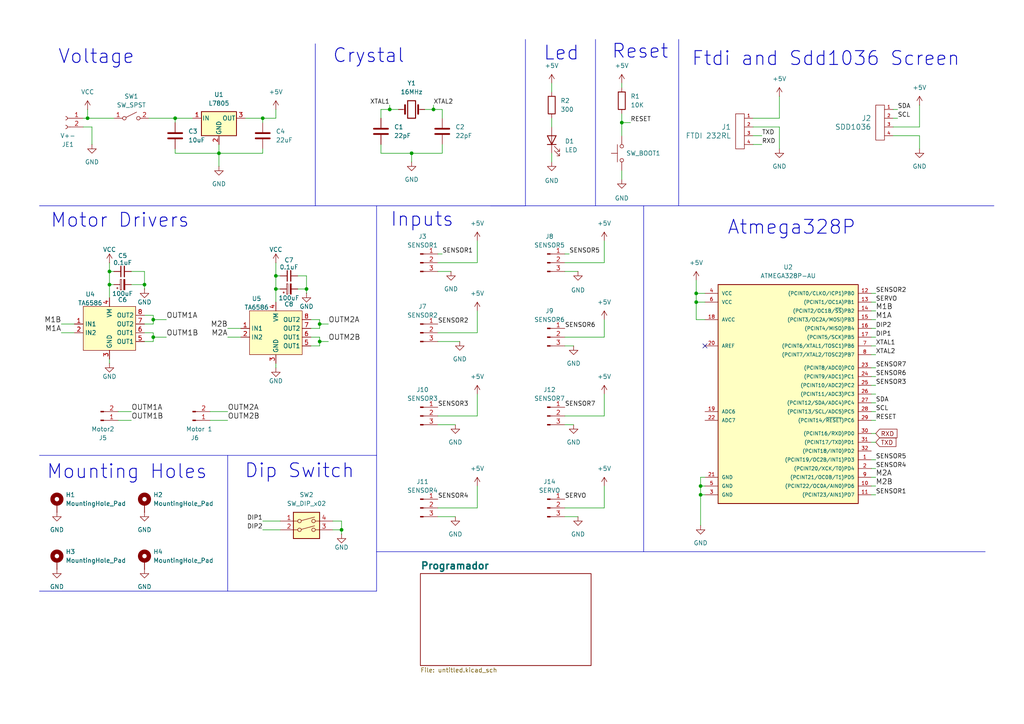
<source format=kicad_sch>
(kicad_sch (version 20231120) (generator "eeschema") (generator_version "8.0")
  (paper "A4")
  (title_block (title "Placa Mini Sumo 328P") (date "2024-09-19") (rev "1") (company "Space Angels") (comment 1 "Made in Argentina") (comment 2 "Autor : Guerra Alejo") (comment 3 "Placa diseñada para competicion de mini sumo"))
  (lib_symbols
    (symbol "Connector:Conn_01x02_Pin" (pin_names (offset 1.016) hide)
      (property "Reference" "J" (at 0 2.54 0))
      (property "Value" "Conn_01x02_Pin" (at 0 -5.08 0))
      (symbol "Conn_01x02_Pin_1_1"
        (polyline (pts (xy 1.27 -2.54) (xy 0.8636 -2.54)) (stroke (width 0.1524)))
        (polyline (pts (xy 1.27 0) (xy 0.8636 0)) (stroke (width 0.1524)))
        (rectangle (start 0.8636 -2.413) (end 0 -2.667) (stroke (width 0.1524)) (fill (type outline)))
        (rectangle (start 0.8636 0.127) (end 0 -0.127) (stroke (width 0.1524)) (fill (type outline)))
        (pin passive line (at 5.08 0 180) (length 3.81) (name "Pin_1") (number "1"))
        (pin passive line (at 5.08 -2.54 180) (length 3.81) (name "Pin_2") (number "2"))
      )
    )
    (symbol "Connector:Conn_01x02_Socket" (pin_names (offset 1.016) hide)
      (property "Reference" "J" (at 0 2.54 0))
      (property "Value" "Conn_01x02_Socket" (at 0 -5.08 0))
      (symbol "Conn_01x02_Socket_1_1"
        (arc (start 0 -2.032) (mid -0.5058 -2.54) (end 0 -3.048) (stroke (width 0.1524)))
        (polyline (pts (xy -1.27 -2.54) (xy -0.508 -2.54)) (stroke (width 0.1524)))
        (polyline (pts (xy -1.27 0) (xy -0.508 0)) (stroke (width 0.1524)))
        (arc (start 0 0.508) (mid -0.5058 0) (end 0 -0.508) (stroke (width 0.1524)))
        (pin passive line (at -5.08 0 0) (length 3.81) (name "Pin_1") (number "1"))
        (pin passive line (at -5.08 -2.54 0) (length 3.81) (name "Pin_2") (number "2"))
      )
    )
    (symbol "Connector:Conn_01x03_Pin" (pin_names (offset 1.016) hide)
      (property "Reference" "J" (at 0 5.08 0))
      (property "Value" "Conn_01x03_Pin" (at 0 -5.08 0))
      (symbol "Conn_01x03_Pin_1_1"
        (polyline (pts (xy 1.27 -2.54) (xy 0.8636 -2.54)) (stroke (width 0.1524)))
        (polyline (pts (xy 1.27 0) (xy 0.8636 0)) (stroke (width 0.1524)))
        (polyline (pts (xy 1.27 2.54) (xy 0.8636 2.54)) (stroke (width 0.1524)))
        (rectangle (start 0.8636 -2.413) (end 0 -2.667) (stroke (width 0.1524)) (fill (type outline)))
        (rectangle (start 0.8636 0.127) (end 0 -0.127) (stroke (width 0.1524)) (fill (type outline)))
        (rectangle (start 0.8636 2.667) (end 0 2.413) (stroke (width 0.1524)) (fill (type outline)))
        (pin passive line (at 5.08 2.54 180) (length 3.81) (name "Pin_1") (number "1"))
        (pin passive line (at 5.08 0 180) (length 3.81) (name "Pin_2") (number "2"))
        (pin passive line (at 5.08 -2.54 180) (length 3.81) (name "Pin_3") (number "3"))
      )
    )
    (symbol "Device:C" (pin_numbers hide) (pin_names (offset 0.254))
      (property "Reference" "C" (at 0.635 2.54 0))
      (property "Value" "C" (at 0.635 -2.54 0))
      (symbol "C_0_1"
        (polyline (pts (xy -2.032 -0.762) (xy 2.032 -0.762)) (stroke (width 0.508)))
        (polyline (pts (xy -2.032 0.762) (xy 2.032 0.762)) (stroke (width 0.508)))
      )
      (symbol "C_1_1"
        (pin passive line (at 0 3.81 270) (length 2.794) (name "~") (number "1"))
        (pin passive line (at 0 -3.81 90) (length 2.794) (name "~") (number "2"))
      )
    )
    (symbol "Device:C_Polarized_Small" (pin_numbers hide) (pin_names (offset 0.254) hide)
      (property "Reference" "C" (at 0.254 1.778 0))
      (property "Value" "C_Polarized_Small" (at 0.254 -2.032 0))
      (symbol "C_Polarized_Small_0_1"
        (rectangle (start -1.524 -0.3048) (end 1.524 -0.6858) (fill (type outline)))
        (rectangle (start -1.524 0.6858) (end 1.524 0.3048))
        (polyline (pts (xy -1.27 1.524) (xy -0.762 1.524)))
        (polyline (pts (xy -1.016 1.27) (xy -1.016 1.778)))
      )
      (symbol "C_Polarized_Small_1_1"
        (pin passive line (at 0 2.54 270) (length 1.8542) (name "~") (number "1"))
        (pin passive line (at 0 -2.54 90) (length 1.8542) (name "~") (number "2"))
      )
    )
    (symbol "Device:C_Small" (pin_numbers hide) (pin_names (offset 0.254) hide)
      (property "Reference" "C" (at 0.254 1.778 0))
      (property "Value" "C_Small" (at 0.254 -2.032 0))
      (symbol "C_Small_0_1"
        (polyline (pts (xy -1.524 -0.508) (xy 1.524 -0.508)) (stroke (width 0.3302)))
        (polyline (pts (xy -1.524 0.508) (xy 1.524 0.508)) (stroke (width 0.3048)))
      )
      (symbol "C_Small_1_1"
        (pin passive line (at 0 2.54 270) (length 2.032) (name "~") (number "1"))
        (pin passive line (at 0 -2.54 90) (length 2.032) (name "~") (number "2"))
      )
    )
    (symbol "Device:Crystal" (pin_numbers hide) (pin_names (offset 1.016) hide)
      (property "Reference" "Y" (at 0 3.81 0))
      (property "Value" "Crystal" (at 0 -3.81 0))
      (symbol "Crystal_0_1"
        (rectangle (start -1.143 2.54) (end 1.143 -2.54) (stroke (width 0.3048)))
        (polyline (pts (xy -2.54 0) (xy -1.905 0)))
        (polyline (pts (xy -1.905 -1.27) (xy -1.905 1.27)) (stroke (width 0.508)))
        (polyline (pts (xy 1.905 -1.27) (xy 1.905 1.27)) (stroke (width 0.508)))
        (polyline (pts (xy 2.54 0) (xy 1.905 0)))
      )
      (symbol "Crystal_1_1"
        (pin passive line (at -3.81 0 0) (length 1.27) (name "1") (number "1"))
        (pin passive line (at 3.81 0 180) (length 1.27) (name "2") (number "2"))
      )
    )
    (symbol "Device:LED" (pin_numbers hide) (pin_names (offset 1.016) hide)
      (property "Reference" "D" (at 0 2.54 0))
      (property "Value" "LED" (at 0 -2.54 0))
      (symbol "LED_0_1"
        (polyline (pts (xy -1.27 -1.27) (xy -1.27 1.27)) (stroke (width 0.254)))
        (polyline (pts (xy -1.27 0) (xy 1.27 0)))
        (polyline (pts (xy 1.27 -1.27) (xy 1.27 1.27) (xy -1.27 0) (xy 1.27 -1.27)) (stroke (width 0.254)))
        (polyline (pts (xy -3.048 -0.762) (xy -4.572 -2.286) (xy -3.81 -2.286) (xy -4.572 -2.286) (xy -4.572 -1.524)))
        (polyline (pts (xy -1.778 -0.762) (xy -3.302 -2.286) (xy -2.54 -2.286) (xy -3.302 -2.286) (xy -3.302 -1.524)))
      )
      (symbol "LED_1_1"
        (pin passive line (at -3.81 0 0) (length 2.54) (name "K") (number "1"))
        (pin passive line (at 3.81 0 180) (length 2.54) (name "A") (number "2"))
      )
    )
    (symbol "Device:R" (pin_numbers hide) (pin_names (offset 0))
      (property "Reference" "R" (at 2.032 0 90))
      (property "Value" "R" (at 0 0 90))
      (symbol "R_0_1"
        (rectangle (start -1.016 -2.54) (end 1.016 2.54) (stroke (width 0.254)))
      )
      (symbol "R_1_1"
        (pin passive line (at 0 3.81 270) (length 1.27) (name "~") (number "1"))
        (pin passive line (at 0 -3.81 90) (length 1.27) (name "~") (number "2"))
      )
    )
    (symbol "EESTN5-v2:TA6586"
      (property "Reference" "U1" (at -4.318 2.286 0))
      (property "Value" "TA6586" (at -4.318 -0.254 0))
      (symbol "TA6586_0_1"
        (rectangle (start -6.35 -1.27) (end 8.89 -13.97) (fill (type background)))
      )
      (symbol "TA6586_1_1"
        (pin input line (at -8.89 -6.35 0) (length 2.54) (name "IN1") (number "1"))
        (pin input line (at -8.89 -8.89 0) (length 2.54) (name "IN2") (number "2"))
        (pin power_in line (at 1.27 -16.51 90) (length 2.54) (name "GND") (number "3"))
        (pin power_in line (at 1.27 1.27 270) (length 2.54) (name "VM") (number "4"))
        (pin output line (at 11.43 -11.43 180) (length 2.54) (name "OUT1") (number "5"))
        (pin output line (at 11.43 -8.89 180) (length 2.54) (name "OUT1") (number "6"))
        (pin output line (at 11.43 -6.35 180) (length 2.54) (name "OUT2") (number "7"))
        (pin output line (at 11.43 -3.81 180) (length 2.54) (name "OUT2") (number "8"))
      )
    )
    (symbol "EESTN5:ATMEGA328P-AU" (pin_names (offset 1.016))
      (property "Reference" "U" (at -19.05 31.75 0))
      (property "Value" "ATMEGA328P-AU" (at 10.16 -35.56 0))
      (symbol "ATMEGA328P-AU_0_1"
        (rectangle (start -19.05 30.48) (end 21.59 -33.02) (stroke (width 0.254)) (fill (type background)))
      )
      (symbol "ATMEGA328P-AU_1_1"
        (pin bidirectional line (at 25.4 -20.32 180) (length 3.81) (name "(PCINT19/OC2B/INT1)PD3") (number "1"))
        (pin bidirectional line (at 25.4 -27.94 180) (length 3.81) (name "(PCINT22/OC0A/AIN0)PD6") (number "10"))
        (pin bidirectional line (at 25.4 -30.48 180) (length 3.81) (name "(PCINT23/AIN1)PD7") (number "11"))
        (pin bidirectional line (at 25.4 27.94 180) (length 3.81) (name "(PCINT0/CLKO/ICP1)PB0") (number "12"))
        (pin bidirectional line (at 25.4 25.4 180) (length 3.81) (name "(PCINT1/OC1A)PB1") (number "13"))
        (pin bidirectional line (at 25.4 22.86 180) (length 3.81) (name "(PCINT2/OC1B/~{SS})PB2") (number "14"))
        (pin bidirectional line (at 25.4 20.32 180) (length 3.81) (name "(PCINT3/OC2A/MOSI)PB3") (number "15"))
        (pin bidirectional line (at 25.4 17.78 180) (length 3.81) (name "(PCINT4/MISO)PB4") (number "16"))
        (pin bidirectional line (at 25.4 15.24 180) (length 3.81) (name "(PCINT5/SCK)PB5") (number "17"))
        (pin power_in line (at -22.86 20.32 0) (length 3.81) (name "AVCC") (number "18"))
        (pin input line (at -22.86 -6.35 0) (length 3.81) (name "ADC6") (number "19"))
        (pin bidirectional line (at 25.4 -22.86 180) (length 3.81) (name "(PCINT20/XCK/T0)PD4") (number "2"))
        (pin bidirectional line (at -22.86 12.7 0) (length 3.81) (name "AREF") (number "20"))
        (pin power_in line (at -22.86 -25.4 0) (length 3.81) (name "GND") (number "21"))
        (pin input line (at -22.86 -8.89 0) (length 3.81) (name "ADC7") (number "22"))
        (pin bidirectional line (at 25.4 6.35 180) (length 3.81) (name "(PCINT8/ADC0)PC0") (number "23"))
        (pin bidirectional line (at 25.4 3.81 180) (length 3.81) (name "(PCINT9/ADC1)PC1") (number "24"))
        (pin bidirectional line (at 25.4 1.27 180) (length 3.81) (name "(PCINT10/ADC2)PC2") (number "25"))
        (pin bidirectional line (at 25.4 -1.27 180) (length 3.81) (name "(PCINT11/ADC3)PC3") (number "26"))
        (pin bidirectional line (at 25.4 -3.81 180) (length 3.81) (name "(PCINT12/SDA/ADC4)PC4") (number "27"))
        (pin bidirectional line (at 25.4 -6.35 180) (length 3.81) (name "(PCINT13/SCL/ADC5)PC5") (number "28"))
        (pin bidirectional line (at 25.4 -8.89 180) (length 3.81) (name "(PCINT14/~{RESET})PC6") (number "29"))
        (pin power_in line (at -22.86 -30.48 0) (length 3.81) (name "GND") (number "3"))
        (pin bidirectional line (at 25.4 -12.7 180) (length 3.81) (name "(PCINT16/RXD)PD0") (number "30"))
        (pin bidirectional line (at 25.4 -15.24 180) (length 3.81) (name "(PCINT17/TXD)PD1") (number "31"))
        (pin bidirectional line (at 25.4 -17.78 180) (length 3.81) (name "(PCINT18/INT0)PD2") (number "32"))
        (pin power_in line (at -22.86 27.94 0) (length 3.81) (name "VCC") (number "4"))
        (pin power_in line (at -22.86 -27.94 0) (length 3.81) (name "GND") (number "5"))
        (pin power_in line (at -22.86 25.4 0) (length 3.81) (name "VCC") (number "6"))
        (pin bidirectional line (at 25.4 12.7 180) (length 3.81) (name "(PCINT6/XTAL1/TOSC1)PB6") (number "7"))
        (pin bidirectional line (at 25.4 10.16 180) (length 3.81) (name "(PCINT7/XTAL2/TOSC2)PB7") (number "8"))
        (pin bidirectional line (at 25.4 -25.4 180) (length 3.81) (name "(PCINT21/OC0B/T1)PD5") (number "9"))
      )
    )
    (symbol "EESTN5:HEADER_4" (pin_names (offset 0))
      (property "Reference" "J" (at 0 6.35 0))
      (property "Value" "HEADER_4" (at 0 -6.35 0))
      (symbol "HEADER_4_0_1"
        (rectangle (start 2.54 5.08) (end 0 -5.08))
      )
      (symbol "HEADER_4_1_1"
        (pin passive line (at -2.54 3.81 0) (length 2.54) (name "~") (number "1"))
        (pin passive line (at -2.54 1.27 0) (length 2.54) (name "~") (number "2"))
        (pin passive line (at -2.54 -1.27 0) (length 2.54) (name "~") (number "3"))
        (pin passive line (at -2.54 -3.81 0) (length 2.54) (name "~") (number "4"))
      )
    )
    (symbol "EESTN5:SW_Push" (pin_numbers hide) (pin_names (offset 1.016) hide)
      (property "Reference" "SW" (at 1.27 2.54 0))
      (symbol "SW_Push_0_1"
        (circle (center -2.032 0) (radius 0.508))
        (polyline (pts (xy 0 1.27) (xy 0 3.048)))
        (polyline (pts (xy 2.54 1.27) (xy -2.54 1.27)))
        (circle (center 2.032 0) (radius 0.508))
        (pin passive line (at -5.08 0 0) (length 2.54) (name "1") (number "1"))
        (pin passive line (at 5.08 0 180) (length 2.54) (name "2") (number "2"))
      )
    )
    (symbol "GND_1" (power) (pin_names (offset 0))
      (property "Value" "GND_1" (at 0 -3.81 0))
      (symbol "GND_1_0_1"
        (polyline (pts (xy 0 0) (xy 0 -1.27) (xy 1.27 -1.27) (xy 0 -2.54) (xy -1.27 -1.27) (xy 0 -1.27)))
      )
      (symbol "GND_1_1_1"
        (pin power_in line (at 0 0 270) (length 0) hide (name "GND") (number "1"))
      )
    )
    (symbol "Mechanical:MountingHole_Pad" (pin_numbers hide) (pin_names (offset 1.016) hide) (exclude_from_sim yes) (in_bom no)
      (property "Reference" "H" (at 0 6.35 0))
      (property "Value" "MountingHole_Pad" (at 0 4.445 0))
      (symbol "MountingHole_Pad_0_1"
        (circle (center 0 1.27) (radius 1.27) (stroke (width 1.27)))
      )
      (symbol "MountingHole_Pad_1_1"
        (pin input line (at 0 -2.54 90) (length 2.54) (name "1") (number "1"))
      )
    )
    (symbol "Regulator_Linear:L7805" (pin_names (offset 0.254))
      (property "Reference" "U" (at -3.81 3.175 0))
      (property "Value" "L7805" (at 0 3.175 0))
      (symbol "L7805_0_1"
        (rectangle (start -5.08 1.905) (end 5.08 -5.08) (stroke (width 0.254)) (fill (type background)))
      )
      (symbol "L7805_1_1"
        (pin power_in line (at -7.62 0 0) (length 2.54) (name "IN") (number "1"))
        (pin power_in line (at 0 -7.62 90) (length 2.54) (name "GND") (number "2"))
        (pin power_out line (at 7.62 0 180) (length 2.54) (name "OUT") (number "3"))
      )
    )
    (symbol "Switch:SW_DIP_x02" (pin_names (offset 0) hide)
      (property "Reference" "SW" (at 0 6.35 0))
      (property "Value" "SW_DIP_x02" (at 0 -3.81 0))
      (symbol "SW_DIP_x02_0_0"
        (circle (center -2.032 0) (radius 0.508))
        (circle (center -2.032 2.54) (radius 0.508))
        (polyline (pts (xy -1.524 0.127) (xy 2.3622 1.1684)))
        (polyline (pts (xy -1.524 2.667) (xy 2.3622 3.7084)))
        (circle (center 2.032 0) (radius 0.508))
        (circle (center 2.032 2.54) (radius 0.508))
      )
      (symbol "SW_DIP_x02_0_1"
        (rectangle (start -3.81 5.08) (end 3.81 -2.54) (stroke (width 0.254)) (fill (type background)))
      )
      (symbol "SW_DIP_x02_1_1"
        (pin passive line (at -7.62 2.54 0) (length 5.08) (name "~") (number "1"))
        (pin passive line (at -7.62 0 0) (length 5.08) (name "~") (number "2"))
        (pin passive line (at 7.62 0 180) (length 5.08) (name "~") (number "3"))
        (pin passive line (at 7.62 2.54 180) (length 5.08) (name "~") (number "4"))
      )
    )
    (symbol "Switch:SW_SPST" (pin_names (offset 0) hide)
      (property "Reference" "SW" (at 0 3.175 0))
      (property "Value" "SW_SPST" (at 0 -2.54 0))
      (symbol "SW_SPST_0_0"
        (circle (center -2.032 0) (radius 0.508))
        (polyline (pts (xy -1.524 0.254) (xy 1.524 1.778)))
        (circle (center 2.032 0) (radius 0.508))
      )
      (symbol "SW_SPST_1_1"
        (pin passive line (at -5.08 0 0) (length 2.54) (name "A") (number "1"))
        (pin passive line (at 5.08 0 180) (length 2.54) (name "B") (number "2"))
      )
    )
    (symbol "power:+5V" (power) (pin_numbers hide) (pin_names (offset 0) hide)
      (property "Value" "+5V" (at 0 3.556 0))
      (symbol "+5V_0_1"
        (polyline (pts (xy -0.762 1.27) (xy 0 2.54)))
        (polyline (pts (xy 0 0) (xy 0 2.54)))
        (polyline (pts (xy 0 2.54) (xy 0.762 1.27)))
      )
      (symbol "+5V_1_1"
        (pin power_in line (at 0 0 90) (length 0) (name "~") (number "1"))
      )
    )
    (symbol "power:GND" (power) (pin_numbers hide) (pin_names (offset 0) hide)
      (property "Value" "GND" (at 0 -3.81 0))
      (symbol "GND_0_1"
        (polyline (pts (xy 0 0) (xy 0 -1.27) (xy 1.27 -1.27) (xy 0 -2.54) (xy -1.27 -1.27) (xy 0 -1.27)))
      )
      (symbol "GND_1_1"
        (pin power_in line (at 0 0 270) (length 0) (name "~") (number "1"))
      )
    )
    (symbol "power:VCC" (power) (pin_numbers hide) (pin_names (offset 0) hide)
      (property "Value" "VCC" (at 0 3.556 0))
      (symbol "VCC_0_1"
        (polyline (pts (xy -0.762 1.27) (xy 0 2.54)))
        (polyline (pts (xy 0 0) (xy 0 2.54)))
        (polyline (pts (xy 0 2.54) (xy 0.762 1.27)))
      )
      (symbol "VCC_1_1"
        (pin power_in line (at 0 0 90) (length 0) (name "~") (number "1"))
      )
    )
  )
  (junction (at 99.06 153.67))
  (junction (at 44.45 92.71))
  (junction (at 119.38 44.45))
  (junction (at 31.75 82.55))
  (junction (at 88.9 83.82))
  (junction (at 50.8 34.29))
  (junction (at 25.4 34.29))
  (junction (at 76.2 34.29))
  (junction (at 125.73 31.75))
  (junction (at 203.2 143.51))
  (junction (at 44.45 97.79))
  (junction (at 92.71 93.98))
  (junction (at 41.91 82.55))
  (junction (at 63.5 44.45))
  (junction (at 92.71 99.06))
  (junction (at 203.2 140.97))
  (junction (at 113.03 31.75))
  (junction (at 80.01 83.82))
  (junction (at 31.75 78.74))
  (junction (at 180.34 35.56))
  (junction (at 201.93 85.09))
  (junction (at 80.01 80.01))
  (junction (at 201.93 87.63))
  (no_connect (at 204.47 100.33))
  (wire (pts (xy 175.26 147.32) (xy 163.83 147.32)))
  (wire (pts (xy 26.67 36.83) (xy 24.13 36.83)))
  (polyline (pts (xy 186.69 59.69) (xy 186.69 160.02)))
  (wire (pts (xy 88.9 80.01) (xy 88.9 83.82)))
  (wire (pts (xy 254 111.76) (xy 252.73 111.76)))
  (wire (pts (xy 138.43 76.2) (xy 127 76.2)))
  (wire (pts (xy 254 135.89) (xy 252.73 135.89)))
  (wire (pts (xy 26.67 41.91) (xy 26.67 36.83)))
  (wire (pts (xy 80.01 80.01) (xy 80.01 83.82)))
  (wire (pts (xy 60.96 121.92) (xy 66.04 121.92)))
  (wire (pts (xy 63.5 44.45) (xy 76.2 44.45)))
  (wire (pts (xy 80.01 83.82) (xy 81.28 83.82)))
  (wire (pts (xy 254 114.3) (xy 252.73 114.3)))
  (polyline (pts (xy 152.4 11.43) (xy 152.4 59.69)))
  (wire (pts (xy 203.2 143.51) (xy 203.2 152.4)))
  (wire (pts (xy 44.45 97.79) (xy 44.45 99.06)))
  (wire (pts (xy 50.8 43.18) (xy 50.8 44.45)))
  (wire (pts (xy 44.45 96.52) (xy 44.45 97.79)))
  (wire (pts (xy 175.26 92.71) (xy 175.26 97.79)))
  (wire (pts (xy 254 116.84) (xy 252.73 116.84)))
  (polyline (pts (xy 142.24 59.69) (xy 152.4 59.69)))
  (wire (pts (xy 80.01 31.75) (xy 80.01 34.29)))
  (wire (pts (xy 266.7 30.48) (xy 266.7 36.83)))
  (wire (pts (xy 166.37 123.19) (xy 163.83 123.19)))
  (wire (pts (xy 254 106.68) (xy 252.73 106.68)))
  (wire (pts (xy 175.26 76.2) (xy 163.83 76.2)))
  (wire (pts (xy 41.91 99.06) (xy 44.45 99.06)))
  (wire (pts (xy 99.06 151.13) (xy 99.06 153.67)))
  (wire (pts (xy 201.93 87.63) (xy 204.47 87.63)))
  (polyline (pts (xy 11.43 59.69) (xy 91.44 59.69)))
  (wire (pts (xy 266.7 39.37) (xy 259.08 39.37)))
  (wire (pts (xy 226.06 43.18) (xy 226.06 36.83)))
  (wire (pts (xy 252.73 85.09) (xy 254 85.09)))
  (wire (pts (xy 63.5 44.45) (xy 63.5 48.26)))
  (wire (pts (xy 160.02 24.13) (xy 160.02 26.67)))
  (wire (pts (xy 92.71 99.06) (xy 92.71 100.33)))
  (wire (pts (xy 260.35 34.29) (xy 259.08 34.29)))
  (wire (pts (xy 25.4 34.29) (xy 33.02 34.29)))
  (wire (pts (xy 254 97.79) (xy 252.73 97.79)))
  (wire (pts (xy 226.06 27.94) (xy 226.06 34.29)))
  (wire (pts (xy 99.06 153.67) (xy 99.06 154.94)))
  (wire (pts (xy 110.49 41.91) (xy 110.49 44.45)))
  (wire (pts (xy 254 102.87) (xy 252.73 102.87)))
  (wire (pts (xy 90.17 95.25) (xy 92.71 95.25)))
  (wire (pts (xy 226.06 34.29) (xy 218.44 34.29)))
  (wire (pts (xy 80.01 34.29) (xy 76.2 34.29)))
  (polyline (pts (xy 66.04 132.08) (xy 66.04 171.45)))
  (wire (pts (xy 203.2 138.43) (xy 203.2 140.97)))
  (wire (pts (xy 132.08 123.19) (xy 127 123.19)))
  (wire (pts (xy 201.93 81.28) (xy 201.93 85.09)))
  (wire (pts (xy 182.88 35.56) (xy 180.34 35.56)))
  (polyline (pts (xy 91.44 12.7) (xy 91.44 59.69)))
  (wire (pts (xy 76.2 153.67) (xy 81.28 153.67)))
  (wire (pts (xy 69.85 97.79) (xy 66.04 97.79)))
  (wire (pts (xy 25.4 31.75) (xy 25.4 34.29)))
  (wire (pts (xy 44.45 92.71) (xy 44.45 93.98)))
  (polyline (pts (xy 186.69 160.02) (xy 109.22 160.02)))
  (wire (pts (xy 201.93 87.63) (xy 201.93 92.71)))
  (wire (pts (xy 44.45 92.71) (xy 48.26 92.71)))
  (wire (pts (xy 167.64 78.74) (xy 163.83 78.74)))
  (wire (pts (xy 44.45 91.44) (xy 44.45 92.71)))
  (wire (pts (xy 175.26 114.3) (xy 175.26 120.65)))
  (wire (pts (xy 21.59 93.98) (xy 17.78 93.98)))
  (wire (pts (xy 34.29 121.92) (xy 38.1 121.92)))
  (wire (pts (xy 254 95.25) (xy 252.73 95.25)))
  (wire (pts (xy 133.35 99.06) (xy 127 99.06)))
  (polyline (pts (xy 109.22 160.02) (xy 109.22 171.45)))
  (wire (pts (xy 138.43 120.65) (xy 127 120.65)))
  (wire (pts (xy 175.26 140.97) (xy 175.26 147.32)))
  (wire (pts (xy 41.91 82.55) (xy 41.91 83.82)))
  (wire (pts (xy 50.8 34.29) (xy 55.88 34.29)))
  (wire (pts (xy 76.2 151.13) (xy 81.28 151.13)))
  (wire (pts (xy 138.43 90.17) (xy 138.43 96.52)))
  (wire (pts (xy 90.17 92.71) (xy 92.71 92.71)))
  (wire (pts (xy 254 100.33) (xy 252.73 100.33)))
  (wire (pts (xy 220.98 41.91) (xy 218.44 41.91)))
  (wire (pts (xy 138.43 69.85) (xy 138.43 76.2)))
  (wire (pts (xy 92.71 97.79) (xy 92.71 99.06)))
  (wire (pts (xy 31.75 82.55) (xy 33.02 82.55)))
  (wire (pts (xy 254 109.22) (xy 252.73 109.22)))
  (wire (pts (xy 138.43 147.32) (xy 127 147.32)))
  (wire (pts (xy 41.91 93.98) (xy 44.45 93.98)))
  (wire (pts (xy 80.01 105.41) (xy 80.01 106.68)))
  (wire (pts (xy 138.43 96.52) (xy 127 96.52)))
  (wire (pts (xy 254 143.51) (xy 252.73 143.51)))
  (wire (pts (xy 254 125.73) (xy 252.73 125.73)))
  (wire (pts (xy 254 140.97) (xy 252.73 140.97)))
  (wire (pts (xy 110.49 44.45) (xy 119.38 44.45)))
  (wire (pts (xy 128.27 44.45) (xy 128.27 41.91)))
  (wire (pts (xy 160.02 34.29) (xy 160.02 36.83)))
  (wire (pts (xy 90.17 100.33) (xy 92.71 100.33)))
  (wire (pts (xy 125.73 31.75) (xy 123.19 31.75)))
  (wire (pts (xy 41.91 82.55) (xy 38.1 82.55)))
  (wire (pts (xy 166.37 100.33) (xy 163.83 100.33)))
  (wire (pts (xy 86.36 80.01) (xy 88.9 80.01)))
  (polyline (pts (xy 196.85 11.43) (xy 196.85 59.69)))
  (wire (pts (xy 226.06 36.83) (xy 218.44 36.83)))
  (wire (pts (xy 92.71 99.06) (xy 95.25 99.06)))
  (wire (pts (xy 163.83 149.86) (xy 167.64 149.86)))
  (wire (pts (xy 128.27 31.75) (xy 125.73 31.75)))
  (wire (pts (xy 254 92.71) (xy 252.73 92.71)))
  (wire (pts (xy 254 119.38) (xy 252.73 119.38)))
  (wire (pts (xy 71.12 34.29) (xy 76.2 34.29)))
  (wire (pts (xy 204.47 85.09) (xy 201.93 85.09)))
  (wire (pts (xy 130.81 78.74) (xy 127 78.74)))
  (wire (pts (xy 80.01 76.2) (xy 80.01 80.01)))
  (wire (pts (xy 60.96 119.38) (xy 66.04 119.38)))
  (wire (pts (xy 266.7 36.83) (xy 259.08 36.83)))
  (wire (pts (xy 125.73 30.48) (xy 125.73 31.75)))
  (wire (pts (xy 254 138.43) (xy 252.73 138.43)))
  (wire (pts (xy 165.1 73.66) (xy 163.83 73.66)))
  (wire (pts (xy 254 133.35) (xy 252.73 133.35)))
  (wire (pts (xy 43.18 34.29) (xy 50.8 34.29)))
  (wire (pts (xy 175.26 97.79) (xy 163.83 97.79)))
  (wire (pts (xy 50.8 35.56) (xy 50.8 34.29)))
  (wire (pts (xy 80.01 80.01) (xy 81.28 80.01)))
  (wire (pts (xy 31.75 78.74) (xy 33.02 78.74)))
  (polyline (pts (xy 109.22 132.08) (xy 109.22 160.02)))
  (wire (pts (xy 204.47 92.71) (xy 201.93 92.71)))
  (wire (pts (xy 99.06 153.67) (xy 96.52 153.67)))
  (wire (pts (xy 119.38 44.45) (xy 128.27 44.45)))
  (wire (pts (xy 204.47 140.97) (xy 203.2 140.97)))
  (wire (pts (xy 128.27 31.75) (xy 128.27 34.29)))
  (wire (pts (xy 88.9 83.82) (xy 88.9 85.09)))
  (wire (pts (xy 63.5 41.91) (xy 63.5 44.45)))
  (wire (pts (xy 254 90.17) (xy 252.73 90.17)))
  (wire (pts (xy 266.7 43.18) (xy 266.7 39.37)))
  (wire (pts (xy 50.8 44.45) (xy 63.5 44.45)))
  (polyline (pts (xy 11.43 132.08) (xy 109.22 132.08)))
  (wire (pts (xy 180.34 33.02) (xy 180.34 35.56)))
  (wire (pts (xy 41.91 91.44) (xy 44.45 91.44)))
  (wire (pts (xy 92.71 93.98) (xy 95.25 93.98)))
  (polyline (pts (xy 11.43 171.45) (xy 109.22 171.45)))
  (wire (pts (xy 31.75 82.55) (xy 31.75 86.36)))
  (wire (pts (xy 41.91 96.52) (xy 44.45 96.52)))
  (polyline (pts (xy 172.72 11.43) (xy 172.72 59.69)))
  (wire (pts (xy 132.08 149.86) (xy 127 149.86)))
  (polyline (pts (xy 186.69 160.02) (xy 285.75 160.02)))
  (wire (pts (xy 90.17 97.79) (xy 92.71 97.79)))
  (wire (pts (xy 175.26 120.65) (xy 163.83 120.65)))
  (wire (pts (xy 201.93 85.09) (xy 201.93 87.63)))
  (wire (pts (xy 38.1 78.74) (xy 41.91 78.74)))
  (wire (pts (xy 180.34 24.13) (xy 180.34 25.4)))
  (wire (pts (xy 96.52 151.13) (xy 99.06 151.13)))
  (wire (pts (xy 113.03 31.75) (xy 115.57 31.75)))
  (wire (pts (xy 80.01 83.82) (xy 80.01 87.63)))
  (wire (pts (xy 41.91 78.74) (xy 41.91 82.55)))
  (wire (pts (xy 203.2 140.97) (xy 203.2 143.51)))
  (wire (pts (xy 44.45 97.79) (xy 48.26 97.79)))
  (wire (pts (xy 254 128.27) (xy 252.73 128.27)))
  (wire (pts (xy 69.85 95.25) (xy 66.04 95.25)))
  (wire (pts (xy 175.26 69.85) (xy 175.26 76.2)))
  (wire (pts (xy 88.9 83.82) (xy 86.36 83.82)))
  (polyline (pts (xy 91.44 59.69) (xy 288.29 59.69)))
  (wire (pts (xy 138.43 140.97) (xy 138.43 147.32)))
  (wire (pts (xy 260.35 31.75) (xy 259.08 31.75)))
  (wire (pts (xy 113.03 30.48) (xy 113.03 31.75)))
  (wire (pts (xy 21.59 96.52) (xy 17.78 96.52)))
  (wire (pts (xy 31.75 78.74) (xy 31.75 82.55)))
  (wire (pts (xy 110.49 31.75) (xy 113.03 31.75)))
  (wire (pts (xy 160.02 46.99) (xy 160.02 44.45)))
  (wire (pts (xy 92.71 92.71) (xy 92.71 93.98)))
  (wire (pts (xy 180.34 49.53) (xy 180.34 52.07)))
  (wire (pts (xy 24.13 34.29) (xy 25.4 34.29)))
  (wire (pts (xy 76.2 43.18) (xy 76.2 44.45)))
  (wire (pts (xy 92.71 93.98) (xy 92.71 95.25)))
  (wire (pts (xy 138.43 114.3) (xy 138.43 120.65)))
  (wire (pts (xy 31.75 104.14) (xy 31.75 105.41)))
  (polyline (pts (xy 109.22 59.69) (xy 109.22 132.08)))
  (wire (pts (xy 119.38 44.45) (xy 119.38 46.99)))
  (wire (pts (xy 31.75 76.2) (xy 31.75 78.74)))
  (wire (pts (xy 34.29 119.38) (xy 38.1 119.38)))
  (wire (pts (xy 254 87.63) (xy 252.73 87.63)))
  (wire (pts (xy 254 121.92) (xy 252.73 121.92)))
  (wire (pts (xy 110.49 34.29) (xy 110.49 31.75)))
  (wire (pts (xy 180.34 35.56) (xy 180.34 39.37)))
  (wire (pts (xy 128.27 73.66) (xy 127 73.66)))
  (wire (pts (xy 220.98 39.37) (xy 218.44 39.37)))
  (wire (pts (xy 76.2 34.29) (xy 76.2 35.56)))
  (wire (pts (xy 204.47 143.51) (xy 203.2 143.51)))
  (wire (pts (xy 204.47 138.43) (xy 203.2 138.43)))
  (text "Voltage\n" (at 27.94 16.51 0) (effects (font (size 4 4) (thickness 0.254) (bold yes))))
  (text "Crystal\n" (at 106.934 16.256 0) (effects (font (size 4 4) (thickness 0.254) (bold yes))))
  (text "Mounting Holes\n" (at 36.83 136.906 0) (effects (font (size 4 4) (thickness 0.254) (bold yes))))
  (text "Dip Switch\n" (at 86.868 136.652 0) (effects (font (size 4 4) (thickness 0.254) (bold yes))))
  (text "Ftdi and Sdd1036 Screen\n\n" (at 239.522 20.32 0) (effects (font (size 4 4) (thickness 0.254) (bold yes))))
  (text "Reset\n" (at 185.674 14.986 0) (effects (font (size 4 4) (thickness 0.254) (bold yes))))
  (text "Motor Drivers" (at 34.798 64.008 0) (effects (font (size 4 4) (thickness 0.254) (bold yes))))
  (text "Led\n" (at 162.814 15.494 0) (effects (font (size 4 4) (thickness 0.254) (bold yes))))
  (text "Inputs" (at 122.428 63.754 0) (effects (font (size 4 4) (thickness 0.254) (bold yes))))
  (text "Atmega328P " (at 231.14 66.04 0) (effects (font (size 4 4) (thickness 0.254) (bold yes))))
  (label "DIP2" (at 76.2 153.67 180))
  (label "SENSOR3" (at 127 118.11 0))
  (label "OUTM1B" (at 48.26 97.79 0) (effects (font (size 1.524 1.524))))
  (label "SENSOR5" (at 165.1 73.66 0))
  (label "SDA" (at 254 116.84 0))
  (label "SCL" (at 254 119.38 0))
  (label "XTAL1" (at 254 100.33 0))
  (label "OUTM2A" (at 66.04 119.38 0) (effects (font (size 1.524 1.524))))
  (label "OUTM1A" (at 48.26 92.71 0) (effects (font (size 1.524 1.524))))
  (label "SENSOR2" (at 127 93.98 0))
  (label "SENSOR6" (at 163.83 95.25 0))
  (label "M1A" (at 17.78 96.52 180) (effects (font (size 1.524 1.524))))
  (label "OUTM2B" (at 95.25 99.06 0) (effects (font (size 1.524 1.524))))
  (label "RXD" (at 220.98 41.91 0))
  (label "M1B" (at 17.78 93.98 180) (effects (font (size 1.524 1.524))))
  (label "SENSOR6" (at 254 109.22 0))
  (label "SENSOR5" (at 254 133.35 0))
  (label "RESET" (at 254 121.92 0))
  (label "SENSOR1" (at 254 143.51 0))
  (label "OUTM2B" (at 66.04 121.92 0) (effects (font (size 1.524 1.524))))
  (label "OUTM1B" (at 38.1 121.92 0) (effects (font (size 1.524 1.524))))
  (label "DIP2" (at 254 95.25 0))
  (label "SENSOR2" (at 254 85.09 0))
  (label "XTAL2" (at 254 102.87 0))
  (label "OUTM2A" (at 95.25 93.98 0) (effects (font (size 1.524 1.524))))
  (label "RESET" (at 182.88 35.56 0))
  (label "SDA" (at 260.35 31.75 0))
  (label "M2B" (at 254 140.97 0) (effects (font (size 1.524 1.524))))
  (label "M1B" (at 254 90.17 0) (effects (font (size 1.524 1.524))))
  (label "M2A" (at 254 138.43 0) (effects (font (size 1.524 1.524))))
  (label "M2A" (at 66.04 97.79 180) (effects (font (size 1.524 1.524))))
  (label "TXD" (at 220.98 39.37 0))
  (label "OUTM1A" (at 38.1 119.38 0) (effects (font (size 1.524 1.524))))
  (label "SENSOR4" (at 254 135.89 0))
  (label "DIP1" (at 76.2 151.13 180))
  (label "DIP1" (at 254 97.79 0))
  (label "M2B" (at 66.04 95.25 180) (effects (font (size 1.524 1.524))))
  (label "SENSOR7" (at 254 106.68 0))
  (label "SENSOR7" (at 163.83 118.11 0))
  (label "SENSOR1" (at 128.27 73.66 0))
  (label "SERVO" (at 163.83 144.78 0))
  (label "SCL" (at 260.35 34.29 0))
  (label "XTAL2" (at 125.73 30.48 0))
  (label "SENSOR4" (at 127 144.78 0))
  (label "SENSOR3" (at 254 111.76 0))
  (label "SERVO" (at 254 87.63 0))
  (label "XTAL1" (at 113.03 30.48 180))
  (label "M1A" (at 254 92.71 0) (effects (font (size 1.524 1.524))))
  (global_label "RXD" (shape input) (at 254 125.73 0) (property "Intersheetrefs" "${INTERSHEET_REFS}" (effects (hide yes))))
  (global_label "TXD" (shape input) (at 254 128.27 0) (property "Intersheetrefs" "${INTERSHEET_REFS}" (effects (hide yes))))
  (symbol (lib_id "power:VCC") (at 25.4 31.75 0) (unit 1)
    (property "Reference" "#PWR015" (effects (hide yes)))
    (property "Value" "VCC" (at 25.4 26.67 0))
    (property "Description" "Power symbol creates a global label with name \"VCC\"" (effects (hide yes)))
  )
  (symbol (lib_id "Device:R") (at 180.34 29.21 0) (unit 1)
    (property "Reference" "R1" (at 182.88 27.9399 0) (effects (justify left)))
    (property "Value" "10K" (at 182.88 30.4799 0) (effects (justify left)))
    (property "Footprint" "Resistor_SMD:R_0805_2012Metric_Pad1.20x1.40mm_HandSolder" (effects (hide yes)))
    (property "Description" "Resistor" (effects (hide yes)))
  )
  (symbol (lib_id "power:+5V") (at 175.26 140.97 0) (unit 1)
    (property "Reference" "#PWR025" (effects (hide yes)))
    (property "Value" "+5V" (at 175.26 135.89 0))
    (property "Description" "Power symbol creates a global label with name \"+5V\"" (effects (hide yes)))
  )
  (symbol (lib_id "Mechanical:MountingHole_Pad") (at 41.91 162.56 0) (unit 1) (exclude_from_sim yes) (in_bom no)
    (property "Reference" "H4" (at 44.45 160.0199 0) (effects (justify left)))
    (property "Value" "MountingHole_Pad" (at 44.45 162.5599 0) (effects (justify left)))
    (property "Footprint" "MountingHole:MountingHole_3.2mm_M3_Pad_Via" (effects (hide yes)))
    (property "Description" "Mounting Hole with connection" (effects (hide yes)))
  )
  (symbol (lib_id "Device:C") (at 76.2 39.37 0) (unit 1)
    (property "Reference" "C4" (at 80.01 38.0999 0) (effects (justify left)))
    (property "Value" "22uF" (at 80.01 40.6399 0) (effects (justify left)))
    (property "Footprint" "Capacitor_SMD:C_0805_2012Metric_Pad1.18x1.45mm_HandSolder" (effects (hide yes)))
    (property "Description" "Unpolarized capacitor" (effects (hide yes)))
  )
  (symbol (lib_id "Connector:Conn_01x03_Pin") (at 121.92 120.65 0) (unit 1)
    (property "Reference" "J10" (at 122.555 113.03 0))
    (property "Value" "SENSOR3" (at 122.555 115.57 0))
    (property "Footprint" "Library:Smd pad vias x3" (effects (hide yes)))
    (property "Description" "Generic connector, single row, 01x03, script generated" (effects (hide yes)))
  )
  (symbol (lib_name "GND_1") (lib_id "power:GND") (at 226.06 43.18 0) (mirror y) (unit 1)
    (property "Reference" "#PWR05" (effects (hide yes)))
    (property "Value" "GND" (at 226.06 48.26 0))
  )
  (symbol (lib_id "EESTN5:HEADER_4") (at 215.9 38.1 0) (mirror y) (unit 1)
    (property "Reference" "J1" (at 212.09 36.8299 0) (effects (font (size 1.524 1.524)) (justify left)))
    (property "Value" "FTDI 232RL" (at 212.09 39.3699 0) (effects (font (size 1.524 1.524)) (justify left)))
    (property "Footprint" "Connector_PinHeader_2.54mm:PinHeader_1x04_P2.54mm_Vertical" (effects (hide yes)))
  )
  (symbol (lib_id "power:GND") (at 41.91 165.1 0) (unit 1)
    (property "Reference" "#PWR040" (effects (hide yes)))
    (property "Value" "GND" (at 41.91 170.18 0))
    (property "Description" "Power symbol creates a global label with name \"GND\" , ground" (effects (hide yes)))
  )
  (symbol (lib_id "Device:R") (at 160.02 30.48 0) (unit 1)
    (property "Reference" "R2" (at 162.56 29.2099 0) (effects (justify left)))
    (property "Value" "300" (at 162.56 31.7499 0) (effects (justify left)))
    (property "Footprint" "Resistor_SMD:R_0805_2012Metric_Pad1.20x1.40mm_HandSolder" (effects (hide yes)))
    (property "Description" "Resistor" (effects (hide yes)))
  )
  (symbol (lib_id "Device:C_Polarized_Small") (at 35.56 82.55 90) (unit 1)
    (property "Reference" "C6" (at 35.5346 86.9442 90))
    (property "Value" "100uF" (at 35.5346 85.1662 90))
    (property "Footprint" "Capacitor_Tantalum_SMD:CP_EIA-3216-18_Kemet-A_Pad1.58x1.35mm_HandSolder" (effects (hide yes)))
  )
  (symbol (lib_id "Connector:Conn_01x03_Pin") (at 158.75 97.79 0) (unit 1)
    (property "Reference" "J9" (at 159.385 90.17 0))
    (property "Value" "SENSOR6" (at 159.385 92.71 0))
    (property "Footprint" "Library:Smd pad vias x3" (effects (hide yes)))
    (property "Description" "Generic connector, single row, 01x03, script generated" (effects (hide yes)))
  )
  (symbol (lib_id "power:GND") (at 166.37 100.33 0) (unit 1)
    (property "Reference" "#PWR033" (effects (hide yes)))
    (property "Value" "GND" (at 166.37 105.41 0))
    (property "Description" "Power symbol creates a global label with name \"GND\" , ground" (effects (hide yes)))
  )
  (symbol (lib_id "power:GND") (at 130.81 78.74 0) (unit 1)
    (property "Reference" "#PWR034" (effects (hide yes)))
    (property "Value" "GND" (at 130.81 83.82 0))
    (property "Description" "Power symbol creates a global label with name \"GND\" , ground" (effects (hide yes)))
  )
  (symbol (lib_id "power:VCC") (at 31.75 76.2 0) (unit 1)
    (property "Reference" "#PWR016" (effects (hide yes)))
    (property "Value" "VCC" (at 31.75 72.39 0))
  )
  (symbol (lib_id "Switch:SW_DIP_x02") (at 88.9 153.67 0) (unit 1)
    (property "Reference" "SW2" (at 88.9 143.51 0))
    (property "Value" "SW_DIP_x02" (at 88.9 146.05 0))
    (property "Footprint" "Button_Switch_THT:SW_DIP_SPSTx02_Slide_6.7x6.64mm_W7.62mm_P2.54mm_LowProfile" (effects (hide yes)))
    (property "Description" "2x DIP Switch, Single Pole Single Throw (SPST) switch, small symbol" (effects (hide yes)))
  )
  (symbol (lib_id "power:+5V") (at 138.43 90.17 0) (unit 1)
    (property "Reference" "#PWR028" (effects (hide yes)))
    (property "Value" "+5V" (at 138.43 85.09 0))
    (property "Description" "Power symbol creates a global label with name \"+5V\"" (effects (hide yes)))
  )
  (symbol (lib_id "Connector:Conn_01x03_Pin") (at 158.75 147.32 0) (unit 1)
    (property "Reference" "J14" (at 159.385 139.7 0))
    (property "Value" "SERVO" (at 159.385 142.24 0))
    (property "Footprint" "Connector_PinSocket_2.54mm:PinSocket_1x03_P2.54mm_Vertical" (effects (hide yes)))
    (property "Description" "Generic connector, single row, 01x03, script generated" (effects (hide yes)))
  )
  (symbol (lib_id "power:+5V") (at 138.43 114.3 0) (unit 1)
    (property "Reference" "#PWR027" (effects (hide yes)))
    (property "Value" "+5V" (at 138.43 109.22 0))
    (property "Description" "Power symbol creates a global label with name \"+5V\"" (effects (hide yes)))
  )
  (symbol (lib_id "power:VCC") (at 80.01 76.2 0) (unit 1)
    (property "Reference" "#PWR019" (effects (hide yes)))
    (property "Value" "VCC" (at 80.01 72.39 0))
  )
  (symbol (lib_id "Device:Crystal") (at 119.38 31.75 0) (unit 1)
    (property "Reference" "Y1" (at 119.38 24.13 0))
    (property "Value" "16MHz" (at 119.38 26.67 0))
    (property "Footprint" "Crystal:Crystal_HC49-4H_Vertical" (effects (hide yes)))
    (property "Description" "Two pin crystal" (effects (hide yes)))
  )
  (symbol (lib_id "Device:C_Small") (at 35.56 78.74 90) (unit 1)
    (property "Reference" "C5" (at 35.56 74.168 90))
    (property "Value" "0.1uF" (at 35.56 76.2 90))
    (property "Footprint" "Capacitor_SMD:C_0805_2012Metric_Pad1.18x1.45mm_HandSolder" (effects (hide yes)))
  )
  (symbol (lib_id "Device:C") (at 110.49 38.1 0) (unit 1)
    (property "Reference" "C1" (at 114.3 36.8299 0) (effects (justify left)))
    (property "Value" "22pF" (at 114.3 39.3699 0) (effects (justify left)))
    (property "Footprint" "Capacitor_SMD:C_0805_2012Metric_Pad1.18x1.45mm_HandSolder" (effects (hide yes)))
    (property "Description" "Unpolarized capacitor" (effects (hide yes)))
  )
  (symbol (lib_id "power:+5V") (at 180.34 24.13 0) (unit 1)
    (property "Reference" "#PWR04" (effects (hide yes)))
    (property "Value" "+5V" (at 180.34 19.05 0))
    (property "Description" "Power symbol creates a global label with name \"+5V\"" (effects (hide yes)))
  )
  (symbol (lib_id "power:+5V") (at 80.01 31.75 0) (unit 1)
    (property "Reference" "#PWR014" (effects (hide yes)))
    (property "Value" "+5V" (at 80.01 26.67 0))
    (property "Description" "Power symbol creates a global label with name \"+5V\"" (effects (hide yes)))
  )
  (symbol (lib_id "power:GND") (at 119.38 46.99 0) (unit 1)
    (property "Reference" "#PWR01" (effects (hide yes)))
    (property "Value" "GND" (at 119.38 52.07 0))
    (property "Description" "Power symbol creates a global label with name \"GND\" , ground" (effects (hide yes)))
  )
  (symbol (lib_id "power:GND") (at 132.08 123.19 0) (unit 1)
    (property "Reference" "#PWR036" (effects (hide yes)))
    (property "Value" "GND" (at 132.08 128.27 0))
    (property "Description" "Power symbol creates a global label with name \"GND\" , ground" (effects (hide yes)))
  )
  (symbol (lib_id "Device:C") (at 128.27 38.1 0) (unit 1)
    (property "Reference" "C2" (at 132.08 36.8299 0) (effects (justify left)))
    (property "Value" "22pF" (at 132.08 39.3699 0) (effects (justify left)))
    (property "Footprint" "Capacitor_SMD:C_0805_2012Metric_Pad1.18x1.45mm_HandSolder" (effects (hide yes)))
    (property "Description" "Unpolarized capacitor" (effects (hide yes)))
  )
  (symbol (lib_id "Connector:Conn_01x03_Pin") (at 121.92 76.2 0) (unit 1)
    (property "Reference" "J3" (at 122.555 68.58 0))
    (property "Value" "SENSOR1" (at 122.555 71.12 0))
    (property "Footprint" "Library:Smd pad vias x3" (effects (hide yes)))
    (property "Description" "Generic connector, single row, 01x03, script generated" (effects (hide yes)))
  )
  (symbol (lib_id "power:+5V") (at 138.43 69.85 0) (unit 1)
    (property "Reference" "#PWR029" (effects (hide yes)))
    (property "Value" "+5V" (at 138.43 64.77 0))
    (property "Description" "Power symbol creates a global label with name \"+5V\"" (effects (hide yes)))
  )
  (symbol (lib_id "power:GND") (at 26.67 41.91 0) (unit 1)
    (property "Reference" "#PWR013" (effects (hide yes)))
    (property "Value" "GND" (at 26.67 46.99 0))
    (property "Description" "Power symbol creates a global label with name \"GND\" , ground" (effects (hide yes)))
  )
  (symbol (lib_id "power:GND") (at 160.02 46.99 0) (mirror y) (unit 1)
    (property "Reference" "#PWR010" (effects (hide yes)))
    (property "Value" "GND" (at 160.02 52.4002 0))
  )
  (symbol (lib_id "Connector:Conn_01x02_Pin") (at 55.88 121.92 0) (mirror x) (unit 1)
    (property "Reference" "J6" (at 56.515 127 0))
    (property "Value" "Motor 1" (at 57.785 124.46 0))
    (property "Footprint" "Connector_JST:JST_XH_B2B-XH-A_1x02_P2.50mm_Vertical" (effects (hide yes)))
    (property "Description" "Generic connector, single row, 01x02, script generated" (effects (hide yes)))
  )
  (symbol (lib_id "power:GND") (at 63.5 48.26 0) (unit 1)
    (property "Reference" "#PWR012" (effects (hide yes)))
    (property "Value" "GND" (at 63.5 53.34 0))
    (property "Description" "Power symbol creates a global label with name \"GND\" , ground" (effects (hide yes)))
  )
  (symbol (lib_id "power:GND") (at 88.9 85.09 0) (unit 1)
    (property "Reference" "#PWR021" (effects (hide yes)))
    (property "Value" "GND" (at 88.9 88.9 0))
  )
  (symbol (lib_id "Connector:Conn_01x03_Pin") (at 121.92 96.52 0) (unit 1)
    (property "Reference" "J7" (at 122.555 88.9 0))
    (property "Value" "SENSOR2" (at 122.555 91.44 0))
    (property "Footprint" "Library:Smd pad vias x3" (effects (hide yes)))
    (property "Description" "Generic connector, single row, 01x03, script generated" (effects (hide yes)))
  )
  (symbol (lib_id "power:+5V") (at 175.26 69.85 0) (unit 1)
    (property "Reference" "#PWR022" (effects (hide yes)))
    (property "Value" "+5V" (at 175.26 64.77 0))
    (property "Description" "Power symbol creates a global label with name \"+5V\"" (effects (hide yes)))
  )
  (symbol (lib_id "power:GND") (at 133.35 99.06 0) (unit 1)
    (property "Reference" "#PWR035" (effects (hide yes)))
    (property "Value" "GND" (at 133.35 104.14 0))
    (property "Description" "Power symbol creates a global label with name \"GND\" , ground" (effects (hide yes)))
  )
  (symbol (lib_id "power:+5V") (at 226.06 27.94 0) (unit 1)
    (property "Reference" "#PWR02" (effects (hide yes)))
    (property "Value" "+5V" (at 226.06 22.86 0))
    (property "Description" "Power symbol creates a global label with name \"+5V\"" (effects (hide yes)))
  )
  (symbol (lib_id "Connector:Conn_01x03_Pin") (at 121.92 147.32 0) (unit 1)
    (property "Reference" "J11" (at 122.555 139.7 0))
    (property "Value" "SENSOR4" (at 122.555 142.24 0))
    (property "Footprint" "Library:Smd pad vias x3" (effects (hide yes)))
    (property "Description" "Generic connector, single row, 01x03, script generated" (effects (hide yes)))
  )
  (symbol (lib_id "Mechanical:MountingHole_Pad") (at 16.51 146.05 0) (unit 1) (exclude_from_sim yes) (in_bom no)
    (property "Reference" "H1" (at 19.05 143.5099 0) (effects (justify left)))
    (property "Value" "MountingHole_Pad" (at 19.05 146.0499 0) (effects (justify left)))
    (property "Footprint" "MountingHole:MountingHole_3.2mm_M3_Pad_Via" (effects (hide yes)))
    (property "Description" "Mounting Hole with connection" (effects (hide yes)))
  )
  (symbol (lib_id "power:GND") (at 41.91 83.82 0) (unit 1)
    (property "Reference" "#PWR018" (effects (hide yes)))
    (property "Value" "GND" (at 41.91 87.63 0))
  )
  (symbol (lib_id "Connector:Conn_01x03_Pin") (at 158.75 120.65 0) (unit 1)
    (property "Reference" "J12" (at 159.385 113.03 0))
    (property "Value" "SENSOR7" (at 159.385 115.57 0))
    (property "Footprint" "Library:Smd pad vias x3" (effects (hide yes)))
    (property "Description" "Generic connector, single row, 01x03, script generated" (effects (hide yes)))
  )
  (symbol (lib_id "Mechanical:MountingHole_Pad") (at 16.51 162.56 0) (unit 1) (exclude_from_sim yes) (in_bom no)
    (property "Reference" "H3" (at 19.05 160.0199 0) (effects (justify left)))
    (property "Value" "MountingHole_Pad" (at 19.05 162.5599 0) (effects (justify left)))
    (property "Footprint" "MountingHole:MountingHole_3.2mm_M3_Pad_Via" (effects (hide yes)))
    (property "Description" "Mounting Hole with connection" (effects (hide yes)))
  )
  (symbol (lib_id "Connector:Conn_01x03_Pin") (at 158.75 76.2 0) (unit 1)
    (property "Reference" "J8" (at 159.385 68.58 0))
    (property "Value" "SENSOR5" (at 159.385 71.12 0))
    (property "Footprint" "Library:Smd pad vias x3" (effects (hide yes)))
    (property "Description" "Generic connector, single row, 01x03, script generated" (effects (hide yes)))
  )
  (symbol (lib_id "power:+5V") (at 138.43 140.97 0) (unit 1)
    (property "Reference" "#PWR026" (effects (hide yes)))
    (property "Value" "+5V" (at 138.43 135.89 0))
    (property "Description" "Power symbol creates a global label with name \"+5V\"" (effects (hide yes)))
  )
  (symbol (lib_id "power:+5V") (at 160.02 24.13 0) (unit 1)
    (property "Reference" "#PWR011" (effects (hide yes)))
    (property "Value" "+5V" (at 160.02 19.05 0))
    (property "Description" "Power symbol creates a global label with name \"+5V\"" (effects (hide yes)))
  )
  (symbol (lib_id "Device:C") (at 50.8 39.37 0) (unit 1)
    (property "Reference" "C3" (at 54.61 38.0999 0) (effects (justify left)))
    (property "Value" "10uF" (at 54.61 40.6399 0) (effects (justify left)))
    (property "Footprint" "Capacitor_SMD:C_0805_2012Metric_Pad1.18x1.45mm_HandSolder" (effects (hide yes)))
    (property "Description" "Unpolarized capacitor" (effects (hide yes)))
  )
  (symbol (lib_id "EESTN5:HEADER_4") (at 256.54 35.56 0) (mirror y) (unit 1)
    (property "Reference" "J2" (at 252.73 34.2899 0) (effects (font (size 1.524 1.524)) (justify left)))
    (property "Value" "SDD1036" (at 252.73 36.8299 0) (effects (font (size 1.524 1.524)) (justify left)))
    (property "Footprint" "Connector_PinSocket_2.54mm:PinSocket_1x04_P2.54mm_Vertical" (effects (hide yes)))
  )
  (symbol (lib_id "power:GND") (at 41.91 148.59 0) (unit 1)
    (property "Reference" "#PWR041" (effects (hide yes)))
    (property "Value" "GND" (at 41.91 153.67 0))
    (property "Description" "Power symbol creates a global label with name \"GND\" , ground" (effects (hide yes)))
  )
  (symbol (lib_id "power:+5V") (at 201.93 81.28 0) (unit 1)
    (property "Reference" "#PWR09" (effects (hide yes)))
    (property "Value" "+5V" (at 201.93 76.2 0))
    (property "Description" "Power symbol creates a global label with name \"+5V\"" (effects (hide yes)))
  )
  (symbol (lib_id "EESTN5:ATMEGA328P-AU") (at 227.33 113.03 0) (unit 1)
    (property "Reference" "U2" (at 228.6 77.47 0))
    (property "Value" "ATMEGA328P-AU" (at 228.6 80.01 0))
    (property "Footprint" "EESTN5:TQFP-32_7x7mm_Pitch0.8mm" (effects (hide yes)))
    (property "Datasheet" "http://www.atmel.com/images/atmel-8271-8-bit-avr-microcontroller-atmega48a-48pa-88a-88pa-168a-168pa-328-328p_datasheet.pdf" (effects (hide yes)))
    (property "Description" "TQFP32, 32k Flash, 2kB SRAM, 1kB EEPROM" (effects (hide yes)))
  )
  (symbol (lib_id "Connector:Conn_01x02_Pin") (at 29.21 121.92 0) (mirror x) (unit 1)
    (property "Reference" "J5" (at 29.845 127 0))
    (property "Value" "Motor2" (at 29.845 124.46 0))
    (property "Footprint" "Connector_JST:JST_XH_B2B-XH-A_1x02_P2.50mm_Vertical" (effects (hide yes)))
    (property "Description" "Generic connector, single row, 01x02, script generated" (effects (hide yes)))
  )
  (symbol (lib_id "power:GND") (at 16.51 165.1 0) (unit 1)
    (property "Reference" "#PWR039" (effects (hide yes)))
    (property "Value" "GND" (at 16.51 170.18 0))
    (property "Description" "Power symbol creates a global label with name \"GND\" , ground" (effects (hide yes)))
  )
  (symbol (lib_id "power:GND") (at 99.06 154.94 0) (unit 1)
    (property "Reference" "#PWR038" (effects (hide yes)))
    (property "Value" "GND" (at 99.06 158.75 0))
  )
  (symbol (lib_id "power:GND") (at 31.75 105.41 0) (unit 1)
    (property "Reference" "#PWR017" (effects (hide yes)))
    (property "Value" "GND" (at 31.75 109.22 0))
  )
  (symbol (lib_id "power:GND") (at 80.01 106.68 0) (unit 1)
    (property "Reference" "#PWR020" (effects (hide yes)))
    (property "Value" "GND" (at 80.01 110.49 0))
  )
  (symbol (lib_id "power:GND") (at 180.34 52.07 0) (mirror y) (unit 1)
    (property "Reference" "#PWR03" (effects (hide yes)))
    (property "Value" "GND" (at 180.34 57.4802 0))
  )
  (symbol (lib_id "Mechanical:MountingHole_Pad") (at 41.91 146.05 0) (unit 1) (exclude_from_sim yes) (in_bom no)
    (property "Reference" "H2" (at 44.45 143.5099 0) (effects (justify left)))
    (property "Value" "MountingHole_Pad" (at 44.45 146.0499 0) (effects (justify left)))
    (property "Footprint" "MountingHole:MountingHole_3.2mm_M3_Pad_Via" (effects (hide yes)))
    (property "Description" "Mounting Hole with connection" (effects (hide yes)))
  )
  (symbol (lib_id "Device:LED") (at 160.02 40.64 90) (unit 1)
    (property "Reference" "D1" (at 163.83 40.9574 90) (effects (justify right)))
    (property "Value" "LED" (at 163.83 43.4974 90) (effects (justify right)))
    (property "Footprint" "LED_SMD:LED_0805_2012Metric_Pad1.15x1.40mm_HandSolder" (effects (hide yes)))
    (property "Description" "Light emitting diode" (effects (hide yes)))
  )
  (symbol (lib_id "power:+5V") (at 266.7 30.48 0) (unit 1)
    (property "Reference" "#PWR06" (effects (hide yes)))
    (property "Value" "+5V" (at 266.7 25.4 0))
    (property "Description" "Power symbol creates a global label with name \"+5V\"" (effects (hide yes)))
  )
  (symbol (lib_id "power:GND") (at 167.64 78.74 0) (mirror y) (unit 1)
    (property "Reference" "#PWR030" (effects (hide yes)))
    (property "Value" "GND" (at 167.64 84.1502 0))
  )
  (symbol (lib_id "power:GND") (at 132.08 149.86 0) (unit 1)
    (property "Reference" "#PWR037" (effects (hide yes)))
    (property "Value" "GND" (at 132.08 154.94 0))
    (property "Description" "Power symbol creates a global label with name \"GND\" , ground" (effects (hide yes)))
  )
  (symbol (lib_id "EESTN5:SW_Push") (at 180.34 44.45 90) (unit 1)
    (property "Reference" "SW_BOOT1" (at 181.61 44.4499 90) (effects (justify right)))
    (property "Value" "SW_Push" (effects (hide yes)))
    (property "Footprint" "EESTN5:Pulsador_SMD_2_BAJO" (effects (hide yes)))
  )
  (symbol (lib_name "GND_1") (lib_id "power:GND") (at 266.7 43.18 0) (mirror y) (unit 1)
    (property "Reference" "#PWR07" (effects (hide yes)))
    (property "Value" "GND" (at 266.7 48.26 0))
  )
  (symbol (lib_id "Regulator_Linear:L7805") (at 63.5 34.29 0) (unit 1)
    (property "Reference" "U1" (at 63.5 27.432 0))
    (property "Value" "L7805" (at 63.5 29.972 0))
    (property "Footprint" "Package_TO_SOT_SMD:TO-252-2" (effects (hide yes)))
    (property "Datasheet" "http://www.st.com/content/ccc/resource/technical/document/datasheet/41/4f/b3/b0/12/d4/47/88/CD00000444.pdf/files/CD00000444.pdf/jcr:content/translations/en.CD00000444.pdf" (effects (hide yes)))
  )
  (symbol (lib_id "Device:C_Small") (at 83.82 80.01 90) (unit 1)
    (property "Reference" "C7" (at 83.82 75.438 90))
    (property "Value" "0.1uF" (at 83.82 77.47 90))
    (property "Footprint" "Capacitor_SMD:C_0805_2012Metric_Pad1.18x1.45mm_HandSolder" (effects (hide yes)))
  )
  (symbol (lib_id "power:GND") (at 167.64 149.86 0) (unit 1)
    (property "Reference" "#PWR032" (effects (hide yes)))
    (property "Value" "GND" (at 167.64 154.94 0))
    (property "Description" "Power symbol creates a global label with name \"GND\" , ground" (effects (hide yes)))
  )
  (symbol (lib_id "EESTN5-v2:TA6586") (at 78.74 88.9 0) (unit 1)
    (property "Reference" "U5" (at 74.422 86.614 0))
    (property "Value" "TA6586" (at 74.422 89.154 0))
    (property "Footprint" "Package_DIP:DIP-8_W7.62mm" (effects (hide yes)))
  )
  (symbol (lib_id "Connector:Conn_01x02_Socket") (at 19.05 34.29 0) (mirror y) (unit 1)
    (property "Reference" "JE1" (at 19.685 41.91 0))
    (property "Value" "V+-" (at 19.685 39.37 0))
    (property "Footprint" "EESTN5:BORNERA2_DUO" (effects (hide yes)))
    (property "Description" "Generic connector, single row, 01x02, script generated" (effects (hide yes)))
  )
  (symbol (lib_id "power:GND") (at 16.51 148.59 0) (unit 1)
    (property "Reference" "#PWR042" (effects (hide yes)))
    (property "Value" "GND" (at 16.51 153.67 0))
    (property "Description" "Power symbol creates a global label with name \"GND\" , ground" (effects (hide yes)))
  )
  (symbol (lib_id "Device:C_Polarized_Small") (at 83.82 83.82 90) (unit 1)
    (property "Reference" "C8" (at 83.7946 88.2142 90))
    (property "Value" "100uF" (at 83.7946 86.4362 90))
    (property "Footprint" "Capacitor_Tantalum_SMD:CP_EIA-3216-18_Kemet-A_Pad1.58x1.35mm_HandSolder" (effects (hide yes)))
  )
  (symbol (lib_id "EESTN5-v2:TA6586") (at 30.48 87.63 0) (unit 1)
    (property "Reference" "U4" (at 26.162 85.344 0))
    (property "Value" "TA6586" (at 26.162 87.884 0))
    (property "Footprint" "Package_DIP:DIP-8_W7.62mm" (effects (hide yes)))
  )
  (symbol (lib_id "power:+5V") (at 175.26 114.3 0) (unit 1)
    (property "Reference" "#PWR024" (effects (hide yes)))
    (property "Value" "+5V" (at 175.26 109.22 0))
    (property "Description" "Power symbol creates a global label with name \"+5V\"" (effects (hide yes)))
  )
  (symbol (lib_id "power:+5V") (at 175.26 92.71 0) (unit 1)
    (property "Reference" "#PWR023" (effects (hide yes)))
    (property "Value" "+5V" (at 175.26 87.63 0))
    (property "Description" "Power symbol creates a global label with name \"+5V\"" (effects (hide yes)))
  )
  (symbol (lib_id "Switch:SW_SPST") (at 38.1 34.29 0) (unit 1)
    (property "Reference" "SW1" (at 38.1 27.94 0))
    (property "Value" "SW_SPST" (at 38.1 30.48 0))
    (property "Footprint" "Connector_PinHeader_2.54mm:PinHeader_1x02_P2.54mm_Vertical" (effects (hide yes)))
    (property "Description" "Single Pole Single Throw (SPST) switch" (effects (hide yes)))
  )
  (symbol (lib_id "power:GND") (at 166.37 123.19 0) (unit 1)
    (property "Reference" "#PWR031" (effects (hide yes)))
    (property "Value" "GND" (at 166.37 128.27 0))
    (property "Description" "Power symbol creates a global label with name \"GND\" , ground" (effects (hide yes)))
  )
  (symbol (lib_id "power:GND") (at 203.2 152.4 0) (unit 1)
    (property "Reference" "#PWR08" (effects (hide yes)))
    (property "Value" "GND" (at 203.2 157.48 0))
    (property "Description" "Power symbol creates a global label with name \"GND\" , ground" (effects (hide yes)))
  )
  (sheet (at 121.92 166.37) (size 49.53 26.67) (stroke (width 0.1524))
    (property "Sheetname" "Programador" (at 121.92 165.2774 0) (effects (font (size 2.032 2.032) (bold yes)) (justify left bottom)))
    (property "Sheetfile" "untitled.kicad_sch" (at 121.92 193.6246 0) (effects (justify left top)))
  )
)
</source>
